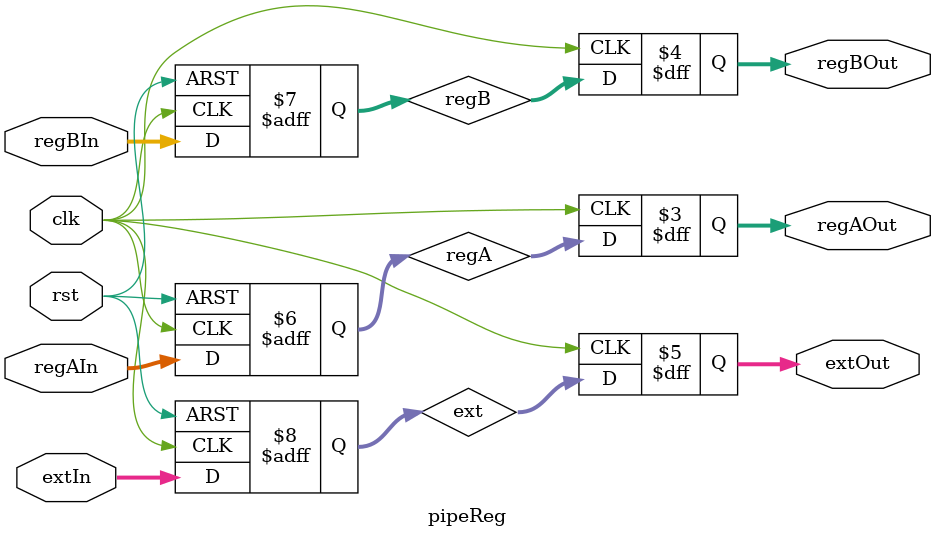
<source format=sv>
module pipeReg(
	input logic clk,
	input logic rst,
	
	input logic [0:31] regAIn,
	output logic [0:31] regAOut,
	
	input logic [0:31] regBIn,
	output logic [0:31] regBOut,
	
	input logic [0:31]extIn,
	output logic [0:31]extOut
);

logic [0:31] regA;
logic [0:31] regB;
logic [0:31] ext;

always_ff @(posedge clk or posedge rst)
begin 
	if(rst)
		begin 
		regA <= 0;
		regB <= 0;
		ext <= 0;
		end
	else
		begin
		regA <= regAIn;
		regB <= regBIn;
		ext <= extIn;
		end
end

always_ff @(negedge clk)
begin 
	regAOut <= regA;
	regBOut <= regB;
	extOut <= ext;
end

endmodule 
</source>
